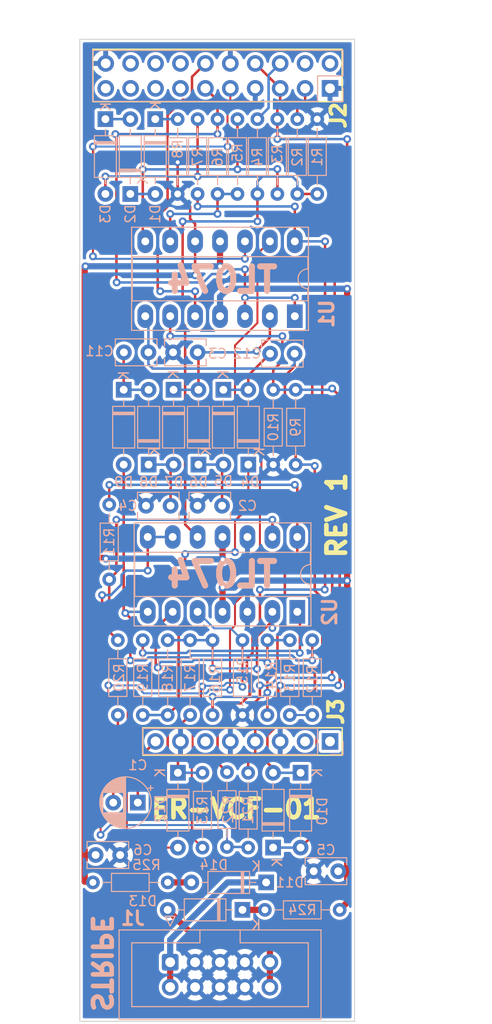
<source format=kicad_pcb>
(kicad_pcb (version 20211014) (generator pcbnew)
  (layers (0 "F.Cu" signal) (31 "B.Cu" signal) (34 "B.Paste" user) (35 "F.Paste" user) (36 "B.SilkS" user "B.Silkscreen") (37 "F.SilkS" user "F.Silkscreen") (38 "B.Mask" user) (39 "F.Mask" user) (44 "Edge.Cuts" user))
  (net 0 "")
  (net 1 "/J1-T")
  (net 2 "Net-(C1-Pad2)")
  (net 3 "Net-(C2-Pad1)")
  (net 4 "GND")
  (net 5 "Net-(C3-Pad1)")
  (net 6 "Net-(C4-Pad1)")
  (net 7 "Net-(C11-Pad1)")
  (net 8 "Net-(C11-Pad2)")
  (net 9 "Net-(C12-Pad2)")
  (net 10 "Net-(D1-Pad1)")
  (net 11 "Net-(D3-Pad2)")
  (net 12 "Net-(D1-Pad2)")
  (net 13 "Net-(D2-Pad2)")
  (net 14 "/CV")
  (net 15 "Net-(D4-Pad1)")
  (net 16 "Net-(D9-Pad2)")
  (net 17 "Net-(D10-Pad1)")
  (net 18 "Net-(D12-Pad2)")
  (net 19 "-12V")
  (net 20 "+12V")
  (net 21 "/POT6-1")
  (net 22 "/POT6-2")
  (net 23 "/POT6-3")
  (net 24 "Net-(D13-Pad1)")
  (net 25 "/POT4-2")
  (net 26 "/POT2-2")
  (net 27 "/POT5-1")
  (net 28 "/POT5-2")
  (net 29 "/POT5-3")
  (net 30 "Net-(D13-Pad2)")
  (net 31 "Net-(D14-Pad1)")
  (net 37 "/J2-T")
  (net 38 "/J4-S")
  (net 39 "/J4-T")
  (net 40 "/J3-T")
  (net 42 "/AUDIO")
  (net 43 "Net-(R3-Pad2)")
  (net 44 "Net-(R5-Pad1)")
  (net 45 "Net-(R11-Pad1)")
  (net 46 "Net-(R12-Pad2)")
  (net 47 "Net-(R13-Pad1)")
  (net 48 "Net-(R19-Pad1)")
  (net 49 "Net-(R22-Pad2)")
  (net 50 "Net-(R16-Pad2)")
  (net 51 "Net-(R21-Pad2)")
  (net 52 "Net-(R15-Pad2)")
  (net 53 "Net-(D14-Pad2)")
  (footprint "Resistor_THT:R_Axial_DIN0204_L3.6mm_D1.6mm_P7.62mm_Horizontal" (layer "B.Cu") (at 57.404 93.19 -90)
    (fp_text reference "R13")
    (fp_text value "33K")
  )
  (footprint "Connector_IDC:IDC-Header_2x05_P2.54mm_Vertical" (layer "B.Cu") (at 45.212 125.984 -90)
    (fp_text reference "J1")
    (fp_text value "HEADER, 2X5")
  )
  (footprint "Resistor_THT:R_Axial_DIN0204_L3.6mm_D1.6mm_P7.62mm_Horizontal" (layer "B.Cu") (at 59.69 93.19 -90)
    (fp_text reference "R12")
    (fp_text value "2.2K")
  )
  (footprint "Capacitor_THT:C_Rect_L4.0mm_W2.5mm_P2.50mm" (layer "B.Cu") (at 42.993996 63.880009 180)
    (fp_text reference "C11")
    (fp_text value "1nF")
  )
  (footprint "Resistor_THT:R_Axial_DIN0204_L3.6mm_D1.6mm_P7.62mm_Horizontal" (layer "B.Cu") (at 52.578 100.81 90)
    (fp_text reference "R15")
    (fp_text value "33K")
  )
  (footprint "Connector_PinHeader_2.54mm:PinHeader_2x10_P2.54mm_Vertical" (layer "B.Cu") (at 61.500004 37.000002 90)
    (fp_text reference "J2")
    (fp_text value "HEADER, 2X10")
  )
  (footprint "Diode_THT:D_DO-35_SOD27_P7.62mm_Horizontal" (layer "B.Cu") (at 43.688 40.132 -90)
    (fp_text reference "D1")
    (fp_text value "1N4148")
  )
  (footprint "Capacitor_THT:C_Rect_L4.0mm_W2.5mm_P2.50mm" (layer "B.Cu") (at 40.112 115.062 180)
    (fp_text reference "C6")
    (fp_text value "0.1uF")
  )
  (footprint "Resistor_THT:R_Axial_DIN0204_L3.6mm_D1.6mm_P7.62mm_Horizontal" (layer "B.Cu") (at 39 87 90)
    (fp_text reference "R11")
    (fp_text value "1K")
  )
  (footprint "Resistor_THT:R_Axial_DIN0204_L3.6mm_D1.6mm_P7.62mm_Horizontal" (layer "B.Cu") (at 54.102 40.132 -90)
    (fp_text reference "R4")
    (fp_text value "100K")
  )
  (footprint "Capacitor_THT:C_Rect_L4.0mm_W2.5mm_P2.50mm" (layer "B.Cu") (at 62.337 116.713 180)
    (fp_text reference "C5")
    (fp_text value "0.1uF")
  )
  (footprint "Resistor_THT:R_Axial_DIN0204_L3.6mm_D1.6mm_P7.62mm_Horizontal" (layer "B.Cu") (at 53.158 106.69 -90)
    (fp_text reference "R21")
    (fp_text value "100K")
  )
  (footprint "Resistor_THT:R_Axial_DIN0204_L3.6mm_D1.6mm_P7.62mm_Horizontal" (layer "B.Cu") (at 56.134 40.132 -90)
    (fp_text reference "R3")
    (fp_text value "1K")
  )
  (footprint "Resistor_THT:R_Axial_DIN0204_L3.6mm_D1.6mm_P7.62mm_Horizontal" (layer "B.Cu") (at 60.198 40.132 -90)
    (fp_text reference "R1")
    (fp_text value "10K")
  )
  (footprint "Diode_THT:D_DO-35_SOD27_P7.62mm_Horizontal" (layer "B.Cu") (at 38.608 40.132 -90)
    (fp_text reference "D3")
    (fp_text value "1N4148")
  )
  (footprint "Diode_THT:D_DO-35_SOD27_P7.62mm_Horizontal" (layer "B.Cu") (at 54.991 117.856 180)
    (fp_text reference "D14")
    (fp_text value "1N4148")
  )
  (footprint "Diode_THT:D_DO-35_SOD27_P7.62mm_Horizontal" (layer "B.Cu") (at 40.474 67.69 -90)
    (fp_text reference "D9")
    (fp_text value "1N4148")
  )
  (footprint "Diode_THT:D_DO-35_SOD27_P7.62mm_Horizontal" (layer "B.Cu") (at 45.554 67.69 -90)
    (fp_text reference "D7")
    (fp_text value "1N4148")
  )
  (footprint "Resistor_THT:R_Axial_DIN0204_L3.6mm_D1.6mm_P7.62mm_Horizontal" (layer "B.Cu") (at 52.07 47.752 90)
    (fp_text reference "R5")
    (fp_text value "47K")
  )
  (footprint "Resistor_THT:R_Axial_DIN0204_L3.6mm_D1.6mm_P7.62mm_Horizontal" (layer "B.Cu") (at 51 114.244 90)
    (fp_text reference "R22")
    (fp_text value "100K")
  )
  (footprint "Capacitor_THT:C_Rect_L4.0mm_W2.5mm_P2.50mm" (layer "B.Cu") (at 57.89201 64.008 180)
    (fp_text reference "C12")
    (fp_text value "1nF")
  )
  (footprint "Resistor_THT:R_Axial_DIN0204_L3.6mm_D1.6mm_P7.62mm_Horizontal" (layer "B.Cu") (at 55.118 100.81 90)
    (fp_text reference "R14")
    (fp_text value "33K")
  )
  (footprint "Diode_THT:D_DO-35_SOD27_P7.62mm_Horizontal" (layer "B.Cu") (at 58.5 106.69 -90)
    (fp_text reference "D10")
    (fp_text value "1N4148")
  )
  (footprint "Resistor_THT:R_Axial_DIN0204_L3.6mm_D1.6mm_P7.62mm_Horizontal" (layer "B.Cu") (at 44.958 93.19 -90)
    (fp_text reference "R18")
    (fp_text value "33K")
  )
  (footprint "Diode_THT:D_DO-35_SOD27_P7.62mm_Horizontal" (layer "B.Cu") (at 43.014 75.31 90)
    (fp_text reference "D8")
    (fp_text value "1N4148")
  )
  (footprint "Diode_THT:D_DO-35_SOD27_P7.62mm_Horizontal" (layer "B.Cu") (at 55.698 114.31 90)
    (fp_text reference "D11")
    (fp_text value "1N4148")
  )
  (footprint "Resistor_THT:R_Axial_DIN0204_L3.6mm_D1.6mm_P7.62mm_Horizontal" (layer "B.Cu") (at 50.038 47.752 90)
    (fp_text reference "R6")
    (fp_text value "1K")
  )
  (footprint "Capacitor_THT:C_Rect_L4.0mm_W2.5mm_P2.50mm" (layer "B.Cu") (at 50.500001 79.499993 180)
    (fp_text reference "C4")
    (fp_text value "1nF")
  )
  (footprint "Resistor_THT:R_Axial_DIN0204_L3.6mm_D1.6mm_P7.62mm_Horizontal" (layer "B.Cu") (at 48.006 47.752 90)
    (fp_text reference "R7")
    (fp_text value "100K")
  )
  (footprint "Capacitor_THT:C_Rect_L4.0mm_W2.5mm_P2.50mm" (layer "B.Cu") (at 48.006 63.880009 180)
    (fp_text reference "C3")
    (fp_text value "1nF")
  )
  (footprint "Diode_THT:D_DO-35_SOD27_P7.62mm_Horizontal" (layer "B.Cu") (at 52.578 120.65 180)
    (fp_text reference "D13")
    (fp_text value "1N4148")
  )
  (footprint "Capacitor_THT:CP_Radial_D5.0mm_P2.50mm" (layer "B.Cu") (at 41.91 109.728 180)
    (fp_text reference "C1")
    (fp_text value "1uF")
  )
  (footprint "Resistor_THT:R_Axial_DIN0204_L3.6mm_D1.6mm_P7.62mm_Horizontal" (layer "B.Cu") (at 42.418 93.19 -90)
    (fp_text reference "R19")
    (fp_text value "2.2K")
  )
  (footprint "Resistor_THT:R_Axial_DIN0204_L3.6mm_D1.6mm_P7.62mm_Horizontal" (layer "B.Cu") (at 49.53 100.81 90)
    (fp_text reference "R16")
    (fp_text value "33K")
  )
  (footprint "Diode_THT:D_DO-35_SOD27_P7.62mm_Horizontal" (layer "B.Cu") (at 50.634 67.69 -90)
    (fp_text reference "D5")
    (fp_text value "1N4148")
  )
  (footprint "Resistor_THT:R_Axial_DIN0204_L3.6mm_D1.6mm_P7.62mm_Horizontal" (layer "B.Cu") (at 54.864 120.65)
    (fp_text reference "R24")
    (fp_text value "10")
  )
  (footprint "Resistor_THT:R_Axial_DIN0204_L3.6mm_D1.6mm_P7.62mm_Horizontal" (layer "B.Cu") (at 58 75.31 90)
    (fp_text reference "R9")
    (fp_text value "10K")
  )
  (footprint "Resistor_THT:R_Axial_DIN0204_L3.6mm_D1.6mm_P7.62mm_Horizontal" (layer "B.Cu") (at 55.714 75.31 90)
    (fp_text reference "R10")
    (fp_text value "2.2K")
  )
  (footprint "Diode_THT:D_DO-35_SOD27_P7.62mm_Horizontal" (layer "B.Cu") (at 48.094 75.31 90)
    (fp_text reference "D6")
    (fp_text value "1N4148")
  )
  (footprint "Package_DIP:DIP-14_W7.62mm_Socket_LongPads" (layer "B.Cu") (at 57.912 60.198 90)
    (fp_text reference "U1")
    (fp_text value "TL074")
  )
  (footprint "Resistor_THT:R_Axial_DIN0204_L3.6mm_D1.6mm_P7.62mm_Horizontal" (layer "B.Cu") (at 39.878 100.81 90)
    (fp_text reference "R20")
    (fp_text value "100K")
  )
  (footprint "Resistor_THT:R_Axial_DIN0204_L3.6mm_D1.6mm_P7.62mm_Horizontal" (layer "B.Cu") (at 58.166 40.132 -90)
    (fp_text reference "R2")
    (fp_text value "100K")
  )
  (footprint "Diode_THT:D_DO-35_SOD27_P7.62mm_Horizontal" (layer "B.Cu") (at 46 106.69 -90)
    (fp_text reference "D12")
    (fp_text value "1N4148")
  )
  (footprint "Resistor_THT:R_Axial_DIN0204_L3.6mm_D1.6mm_P7.62mm_Horizontal" (layer "B.Cu") (at 45.974 47.752 90)
    (fp_text reference "R8")
    (fp_text value "1K")
  )
  (footprint "Resistor_THT:R_Axial_DIN0204_L3.6mm_D1.6mm_P7.62mm_Horizontal" (layer "B.Cu") (at 44.958 117.856 180)
    (fp_text reference "R25")
    (fp_text value "10")
  )
  (footprint "Capacitor_THT:C_Rect_L4.0mm_W2.5mm_P2.50mm" (layer "B.Cu") (at 45.249998 79.499993 180)
    (fp_text reference "C2")
    (fp_text value "1nF")
  )
  (footprint "Resistor_THT:R_Axial_DIN0204_L3.6mm_D1.6mm_P7.62mm_Horizontal" (layer "B.Cu") (at 48.5 106.69 -90)
    (fp_text reference "R23")
    (fp_text value "33K")
  )
  (footprint "Diode_THT:D_DO-35_SOD27_P7.62mm_Horizontal" (layer "B.Cu") (at 53.174 75.31 90)
    (fp_text reference "D4")
    (fp_text value "1N4148")
  )
  (footprint "Diode_THT:D_DO-35_SOD27_P7.62mm_Horizontal" (layer "B.Cu") (at 41.148 47.752 90)
    (fp_text reference "D2")
    (fp_text value "1N4148")
  )
  (footprint "Connector_PinHeader_2.54mm:PinHeader_1x08_P2.54mm_Vertical" (layer "B.Cu") (at 61.500004 103.499996 90)
    (fp_text reference "J3")
    (fp_text value "HEADER, 1x8")
  )
  (footprint "Resistor_THT:R_Axial_DIN0204_L3.6mm_D1.6mm_P7.62mm_Horizontal" (layer "B.Cu") (at 47.244 100.81 90)
    (fp_text reference "R17")
    (fp_text value "33K")
  )
  (footprint "Package_DIP:DIP-14_W7.62mm_Socket_LongPads" (layer "B.Cu") (at 58.166 90.299997 90)
    (fp_text reference "U2")
    (fp_text value "TL074")
  )
  (gr_rect (start 37.338 33.02) (end 62.738 38.354) (layer "F.SilkS") (width 0.15) (fill none))
  (gr_rect (start 42.418 102.108) (end 62.738 104.902) (layer "F.SilkS") (width 0.15) (fill none))
  (gr_rect (start 36 32) (end 64 132) (layer "Edge.Cuts") (width 0.1) (fill none))
  (gr_text "TL074" (at 50.500001 56.499989) (layer "B.SilkS") (effects (font (size 2.5 2.5) (thickness 0.625)) (justify mirror)))
  (gr_text "TL074" (at 50.5 86.5) (layer "B.SilkS") (effects (font (size 2.5 2.5) (thickness 0.625)) (justify mirror)))
  (gr_text "STRIPE" (at 38.2016 126.0856 270) (layer "B.SilkS") (effects (font (size 1.905 1.905) (thickness 0.47625)) (justify mirror)))
  (gr_text "REV 1" (at 62.1792 80.4672 90) (layer "F.SilkS") (effects (font (size 1.905 1.905) (thickness 0.47625))))
  (gr_text "ER-VCF-01" (at 51.943 110.363) (layer "F.SilkS") (effects (font (size 1.905 1.905) (thickness 0.47625))))
  (segment (start 41.91 105.31) (end 41.91 109.728) (width 0.254) (layer "F.Cu") (net 1))
  (segment (start 43.72 103.5) (end 41.91 105.31) (width 0.254) (layer "F.Cu") (net 1))
  (segment (start 39.41 103.846) (end 39.878 103.378) (width 0.254) (layer "F.Cu") (net 2))
  (segment (start 39.41 109.728) (end 39.41 103.846) (width 0.254) (layer "F.Cu") (net 2))
  (segment (start 39.878 103.378) (end 39.878 100.81) (width 0.254) (layer "F.Cu") (net 2))
  (segment (start 45.249998 79.499993) (end 45.249998 75.614002) (width 0.254) (layer "F.Cu") (net 3))
  (segment (start 43.014 75.31) (end 45.554 75.31) (width 0.254) (layer "B.Cu") (net 3))
  (segment (start 47.752 52.578) (end 47.752 56.035) (width 0.254) (layer "F.Cu") (net 4))
  (segment (start 47.244 49.022) (end 47.244 50.292) (width 0.254) (layer "F.Cu") (net 4))
  (segment (start 45.974 47.752) (end 45.974 44.521) (width 0.254) (layer "F.Cu") (net 4))
  (segment (start 45.974 47.752) (end 47.244 49.022) (width 0.254) (layer "F.Cu") (net 4))
  (segment (start 47.752 50.8) (end 47.244 50.292) (width 0.254) (layer "F.Cu") (net 4))
  (segment (start 47.752 52.578) (end 47.752 50.8) (width 0.254) (layer "F.Cu") (net 4))
  (via (at 45.974 44.521) (size 0.8) (drill 0.4) (layers "F.Cu" "B.Cu") (net 4))
  (via (at 47.752 56.035) (size 0.8) (drill 0.4) (layers "F.Cu" "B.Cu") (net 4))
  (segment (start 55.372 62.384504) (end 55.372 60.198) (width 0.254) (layer "F.Cu") (net 5))
  (segment (start 48.094 67.69) (end 48.094 63.968009) (width 0.254) (layer "F.Cu") (net 5))
  (segment (start 54.018872 63.737632) (end 55.372 62.384504) (width 0.254) (layer "F.Cu") (net 5))
  (via (at 54.018872 63.737632) (size 0.8) (drill 0.4) (layers "F.Cu" "B.Cu") (net 5))
  (segment (start 53.876495 63.880009) (end 54.018872 63.737632) (width 0.254) (layer "B.Cu") (net 5))
  (segment (start 45.554 67.69) (end 48.094 67.69) (width 0.254) (layer "B.Cu") (net 5))
  (segment (start 48.006 63.880009) (end 53.876495 63.880009) (width 0.254) (layer "B.Cu") (net 5))
  (segment (start 50.500001 79.499993) (end 50.500001 75.443999) (width 0.254) (layer "F.Cu") (net 6))
  (segment (start 50.634 75.31) (end 48.094 75.31) (width 0.254) (layer "B.Cu") (net 6))
  (segment (start 59.944 88.138) (end 59.944 75.438) (width 0.254) (layer "F.Cu") (net 7))
  (segment (start 56.896 66.294) (end 57.89201 65.29799) (width 0.254) (layer "F.Cu") (net 7))
  (segment (start 58 73.24) (end 56.896 72.136) (width 0.254) (layer "F.Cu") (net 7))
  (segment (start 60.96 99.822) (end 59.944 98.806) (width 0.254) (layer "F.Cu") (net 7))
  (segment (start 60.96 101.686978) (end 60.96 99.822) (width 0.254) (layer "F.Cu") (net 7))
  (segment (start 60.716511 88.910511) (end 59.944 88.138) (width 0.254) (layer "F.Cu") (net 7))
  (segment (start 59.944 96.52) (end 60.716511 95.747489) (width 0.254) (layer "F.Cu") (net 7))
  (segment (start 60.716511 95.747489) (end 60.716511 88.910511) (width 0.254) (layer "F.Cu") (net 7))
  (segment (start 58.5 114.31) (end 60.136511 112.673489) (width 0.254) (layer "F.Cu") (net 7))
  (segment (start 58 75.31) (end 58 73.24) (width 0.254) (layer "F.Cu") (net 7))
  (segment (start 57.89201 65.29799) (end 57.89201 64.008) (width 0.254) (layer "F.Cu") (net 7))
  (segment (start 60.136511 112.673489) (end 60.136511 102.510467) (width 0.254) (layer "F.Cu") (net 7))
  (segment (start 59.944 98.806) (end 59.944 96.52) (width 0.254) (layer "F.Cu") (net 7))
  (segment (start 56.896 72.136) (end 56.896 66.294) (width 0.254) (layer "F.Cu") (net 7))
  (segment (start 60.136511 102.510467) (end 60.96 101.686978) (width 0.254) (layer "F.Cu") (net 7))
  (via (at 59.944 75.438) (size 0.8) (drill 0.4) (layers "F.Cu" "B.Cu") (net 7))
  (segment (start 55.698 114.31) (end 58.5 114.31) (width 0.254) (layer "B.Cu") (net 7))
  (segment (start 58 75.31) (end 59.816 75.31) (width 0.254) (layer "B.Cu") (net 7))
  (segment (start 42.993996 65.091996) (end 43.434 65.532) (width 0.254) (layer "B.Cu") (net 7))
  (segment (start 43.434 65.532) (end 57.404 65.532) (width 0.254) (layer "B.Cu") (net 7))
  (segment (start 42.993996 63.880009) (end 42.993996 60.519996) (width 0.254) (layer "B.Cu") (net 7))
  (segment (start 57.89201 64.008) (end 57.89201 65.04399) (width 0.254) (layer "B.Cu") (net 7))
  (segment (start 42.993996 63.880009) (end 42.993996 65.091996) (width 0.254) (layer "B.Cu") (net 7))
  (segment (start 59.816 75.31) (end 59.944 75.438) (width 0.254) (layer "B.Cu") (net 7))
  (segment (start 57.89201 65.04399) (end 57.404 65.532) (width 0.254) (layer "B.Cu") (net 7))
  (segment (start 40.474 67.69) (end 40.474 63.900005) (width 0.254) (layer "F.Cu") (net 8))
  (segment (start 40.474 67.69) (end 43.014 67.69) (width 0.254) (layer "B.Cu") (net 8))
  (segment (start 53.174 66.22601) (end 55.39201 64.008) (width 0.254) (layer "F.Cu") (net 9))
  (segment (start 53.174 67.69) (end 53.174 66.22601) (width 0.254) (layer "F.Cu") (net 9))
  (segment (start 50.634 67.69) (end 53.174 67.69) (width 0.254) (layer "B.Cu") (net 9))
  (segment (start 43.688 40.132) (end 45.974 40.132) (width 0.254) (layer "B.Cu") (net 10))
  (segment (start 38.608 45.974) (end 38.608 47.752) (width 0.254) (layer "F.Cu") (net 11))
  (segment (start 46.736 61.175139) (end 46.482 60.921139) (width 0.254) (layer "F.Cu") (net 11))
  (segment (start 48.006 45.974) (end 48.006 40.132) (width 0.254) (layer "F.Cu") (net 11))
  (segment (start 60.198 47.752) (end 58.166 47.752) (width 0.254) (layer "F.Cu") (net 11))
  (segment (start 46.482 60.921139) (end 46.482 50.546) (width 0.254) (layer "F.Cu") (net 11))
  (segment (start 46.736 81.409997) (end 46.736 61.175139) (width 0.254) (layer "F.Cu") (net 11))
  (segment (start 48.006 82.679997) (end 46.736 81.409997) (width 0.254) (layer "F.Cu") (net 11))
  (segment (start 54.102 50.546) (end 54.102 47.752) (width 0.254) (layer "F.Cu") (net 11))
  (via (at 54.102 50.546) (size 0.8) (drill 0.4) (layers "F.Cu" "B.Cu") (net 11))
  (via (at 48.006 45.974) (size 0.8) (drill 0.4) (layers "F.Cu" "B.Cu") (net 11))
  (via (at 38.608 45.974) (size 0.8) (drill 0.4) (layers "F.Cu" "B.Cu") (net 11))
  (via (at 46.482 50.546) (size 0.8) (drill 0.4) (layers "F.Cu" "B.Cu") (net 11))
  (segment (start 54.61 45.974) (end 57.658 45.974) (width 0.254) (layer "B.Cu") (net 11))
  (segment (start 57.658 45.974) (end 58.166 46.482) (width 0.254) (layer "B.Cu") (net 11))
  (segment (start 54.102 46.482) (end 54.61 45.974) (width 0.254) (layer "B.Cu") (net 11))
  (segment (start 58.166 46.482) (end 58.166 47.752) (width 0.254) (layer "B.Cu") (net 11))
  (segment (start 54.61 45.974) (end 48.006 45.974) (width 0.254) (layer "B.Cu") (net 11))
  (segment (start 54.102 47.752) (end 54.102 46.482) (width 0.254) (layer "B.Cu") (net 11))
  (segment (start 48.006 45.974) (end 38.608 45.974) (width 0.254) (layer "B.Cu") (net 11))
  (segment (start 46.482 50.546) (end 54.102 50.546) (width 0.254) (layer "B.Cu") (net 11))
  (segment (start 41.148 47.752) (end 43.688 47.752) (width 0.254) (layer "B.Cu") (net 12))
  (segment (start 38.608 40.132) (end 41.148 40.132) (width 0.254) (layer "B.Cu") (net 13))
  (segment (start 44.958 104.3432) (end 46 105.3852) (width 0.254) (layer "F.Cu") (net 14))
  (segment (start 46 105.3852) (end 46 106.69) (width 0.254) (layer "F.Cu") (net 14))
  (segment (start 44.958 102.616) (end 44.958 104.3432) (width 0.254) (layer "F.Cu") (net 14))
  (segment (start 45.96 102.094) (end 45.48 102.094) (width 0.254) (layer "F.Cu") (net 14))
  (segment (start 45.48 102.094) (end 44.958 102.616) (width 0.254) (layer "F.Cu") (net 14))
  (segment (start 47.244 100.81) (end 45.96 102.094) (width 0.254) (layer "F.Cu") (net 14))
  (segment (start 46 106.69) (end 48.5 106.69) (width 0.254) (layer "B.Cu") (net 14))
  (segment (start 46.736 91.672978) (end 46.0756 92.333378) (width 0.254) (layer "F.Cu") (net 15))
  (segment (start 52.451 80.391) (end 53.086 79.756) (width 0.254) (layer "F.Cu") (net 15))
  (segment (start 53.174 79.668) (end 52.451 80.391) (width 0.2032) (layer "F.Cu") (net 15))
  (segment (start 46.0756 99.6924) (end 44.958 100.81) (width 0.254) (layer "F.Cu") (net 15))
  (segment (start 53.174 75.31) (end 53.174 79.668) (width 0.2032) (layer "F.Cu") (net 15))
  (segment (start 52.0954 80.7466) (end 52.451 80.391) (width 0.254) (layer "F.Cu") (net 15))
  (segment (start 51.816 81.026) (end 52.0954 80.7466) (width 0.2032) (layer "F.Cu") (net 15))
  (segment (start 46.0756 92.333378) (end 46.0756 99.6924) (width 0.254) (layer "F.Cu") (net 15))
  (segment (start 51.816 84.2264) (end 51.816 81.026) (width 0.2032) (layer "F.Cu") (net 15))
  (segment (start 46.736 84.427) (end 46.736 91.672978) (width 0.254) (layer "F.Cu") (net 15))
  (via (at 46.736 84.427) (size 0.8) (drill 0.4) (layers "F.Cu" "B.Cu") (net 15))
  (via (at 51.816 84.2264) (size 0.8) (drill 0.4) (layers "F.Cu" "B.Cu") (net 15))
  (segment (start 42.418 100.81) (end 44.958 100.81) (width 0.254) (layer "B.Cu") (net 15))
  (segment (start 51.816 84.2264) (end 46.9366 84.2264) (width 0.2032) (layer "B.Cu") (net 15))
  (segment (start 51.4604 84.2264) (end 46.9366 84.2264) (width 0.254) (layer "B.Cu") (net 15))
  (segment (start 46.9366 84.2264) (end 46.736 84.427) (width 0.2032) (layer "B.Cu") (net 15))
  (segment (start 41.148 90.932) (end 41.148 95.25) (width 0.254) (layer "F.Cu") (net 16))
  (segment (start 40.474 90.258) (end 40.64 90.424) (width 0.254) (layer "F.Cu") (net 16))
  (segment (start 40.64 90.424) (end 41.148 90.932) (width 0.254) (layer "F.Cu") (net 16))
  (segment (start 59.69 93.19) (end 59.69 95.25) (width 0.254) (layer "F.Cu") (net 16))
  (segment (start 40.474 75.31) (end 40.474 90.258) (width 0.254) (layer "F.Cu") (net 16))
  (via (at 40.64 90.424) (size 0.8) (drill 0.4) (layers "F.Cu" "B.Cu") (net 16))
  (via (at 41.148 95.25) (size 0.8) (drill 0.4) (layers "F.Cu" "B.Cu") (net 16))
  (via (at 59.69 95.25) (size 0.8) (drill 0.4) (layers "F.Cu" "B.Cu") (net 16))
  (segment (start 42.991923 94.94152) (end 47.19688 94.94152) (width 0.254) (layer "B.Cu") (net 16))
  (segment (start 41.148 95.25) (end 42.683443 95.25) (width 0.254) (layer "B.Cu") (net 16))
  (segment (start 58.0644 95.159843) (end 58.0644 95.25) (width 0.254) (layer "B.Cu") (net 16))
  (segment (start 47.19688 94.94152) (end 47.40008 94.73832) (width 0.254) (layer "B.Cu") (net 16))
  (segment (start 47.40008 94.73832) (end 57.642877 94.73832) (width 0.254) (layer "B.Cu") (net 16))
  (segment (start 40.764003 90.299997) (end 40.64 90.424) (width 0.254) (layer "B.Cu") (net 16))
  (segment (start 42.683443 95.25) (end 42.991923 94.94152) (width 0.254) (layer "B.Cu") (net 16))
  (segment (start 40.769997 90.299997) (end 40.764003 90.299997) (width 0.254) (layer "B.Cu") (net 16))
  (segment (start 57.642877 94.73832) (end 58.0644 95.159843) (width 0.254) (layer "B.Cu") (net 16))
  (segment (start 58.0644 95.25) (end 59.69 95.25) (width 0.254) (layer "B.Cu") (net 16))
  (segment (start 42.926 90.299997) (end 40.769997 90.299997) (width 0.254) (layer "B.Cu") (net 16))
  (segment (start 55.714 67.69) (end 55.714 65.698) (width 0.254) (layer "F.Cu") (net 17))
  (segment (start 56.642 62.23) (end 56.642 64.77) (width 0.254) (layer "F.Cu") (net 17))
  (segment (start 55.118 105.664) (end 55.118 102.87) (width 0.254) (layer "F.Cu") (net 17))
  (segment (start 55.698 106.244) (end 55.118 105.664) (width 0.254) (layer "F.Cu") (net 17))
  (segment (start 62.484 68.326) (end 61.722 67.564) (width 0.254) (layer "F.Cu") (net 17))
  (segment (start 62.484 97.635) (end 62.484 68.326) (width 0.254) (layer "F.Cu") (net 17))
  (segment (start 45.212 60.198) (end 45.212 62.23) (width 0.254) (layer "F.Cu") (net 17))
  (segment (start 62.329 97.79) (end 62.484 97.635) (width 0.254) (layer "F.Cu") (net 17))
  (segment (start 56.2356 101.7524) (end 56.2356 97.97485) (width 0.254) (layer "F.Cu") (net 17))
  (segment (start 56.2356 97.97485) (end 56.404225 97.806225) (width 0.254) (layer "F.Cu") (net 17))
  (segment (start 55.714 65.698) (end 56.642 64.77) (width 0.254) (layer "F.Cu") (net 17))
  (segment (start 55.118 102.87) (end 56.2356 101.7524) (width 0.254) (layer "F.Cu") (net 17))
  (via (at 61.722 67.564) (size 0.8) (drill 0.4) (layers "F.Cu" "B.Cu") (net 17))
  (via (at 62.329 97.79) (size 0.8) (drill 0.4) (layers "F.Cu" "B.Cu") (net 17))
  (via (at 56.404225 97.806225) (size 0.8) (drill 0.4) (layers "F.Cu" "B.Cu") (net 17))
  (via (at 45.212 62.23) (size 0.8) (drill 0.4) (layers "F.Cu" "B.Cu") (net 17))
  (via (at 56.642 62.23) (size 0.8) (drill 0.4) (layers "F.Cu" "B.Cu") (net 17))
  (segment (start 56.404225 97.806225) (end 59.165775 97.806225) (width 0.254) (layer "B.Cu") (net 17))
  (segment (start 59.182 97.79) (end 62.329 97.79) (width 0.254) (layer "B.Cu") (net 17))
  (segment (start 59.165775 97.806225) (end 59.182 97.79) (width 0.254) (layer "B.Cu") (net 17))
  (segment (start 61.722 67.564) (end 61.596 67.69) (width 0.254) (layer "B.Cu") (net 17))
  (segment (start 58 67.69) (end 55.714 67.69) (width 0.254) (layer "B.Cu") (net 17))
  (segment (start 61.596 67.69) (end 58 67.69) (width 0.254) (layer "B.Cu") (net 17))
  (segment (start 55.698 106.69) (end 58.5 106.69) (width 0.254) (layer "B.Cu") (net 17))
  (segment (start 45.212 62.23) (end 56.642 62.23) (width 0.254) (layer "B.Cu") (net 17))
  (segment (start 41.8692 114.31) (end 46 114.31) (width 0.2032) (layer "F.Cu") (net 18))
  (segment (start 38.1508 93.6752) (end 40.879111 96.403511) (width 0.2032) (layer "F.Cu") (net 18))
  (segment (start 40.879111 96.403511) (end 40.879111 108.556667) (width 0.2032) (layer "F.Cu") (net 18))
  (segment (start 40.879111 108.556667) (end 40.7924 108.643378) (width 0.2032) (layer "F.Cu") (net 18))
  (segment (start 38.1508 90.5764) (end 38.1508 93.6752) (width 0.2032) (layer "F.Cu") (net 18))
  (segment (start 38.2735 88.5952) (end 38.2735 90.4537) (width 0.254) (layer "F.Cu") (net 18))
  (segment (start 40.7924 113.2332) (end 41.8692 114.31) (width 0.2032) (layer "F.Cu") (net 18))
  (segment (start 38.2016 90.17) (end 37.7698 89.7382) (width 0.2032) (layer "F.Cu") (net 18))
  (segment (start 40.7924 108.643378) (end 40.7924 113.2332) (width 0.2032) (layer "F.Cu") (net 18))
  (segment (start 37.779889 89.748289) (end 38.1508 90.1192) (width 0.254) (layer "F.Cu") (net 18))
  (segment (start 42.926 82.679997) (end 42.926 86.106) (width 0.254) (layer "F.Cu") (net 18))
  (segment (start 38.1508 90.1192) (end 38.2016 90.17) (width 0.2032) (layer "F.Cu") (net 18))
  (segment (start 38.2735 90.4537) (end 38.1508 90.5764) (width 0.254) (layer "F.Cu") (net 18))
  (segment (start 38.1508 90.1192) (end 38.1508 90.5764) (width 0.2032) (layer "F.Cu") (net 18))
  (via (at 38.2735 88.5952) (size 0.8) (drill 0.4) (layers "F.Cu" "B.Cu") (net 18))
  (via (at 42.926 86.106) (size 0.8) (drill 0.4) (layers "F.Cu" "B.Cu") (net 18))
  (segment (start 38.2735 88.5952) (end 39.1668 88.5952) (width 0.254) (layer "B.Cu") (net 18))
  (segment (start 40.259 86.5378) (end 40.259 87.503) (width 0.254) (layer "B.Cu") (net 18))
  (segment (start 40.6908 86.106) (end 40.259 86.5378) (width 0.254) (layer "B.Cu") (net 18))
  (segment (start 40.259 87.503) (end 39.1668 88.5952) (width 0.254) (layer "B.Cu") (net 18))
  (segment (start 42.926 82.679997) (end 45.466 82.679997) (width 0.254) (layer "B.Cu") (net 18))
  (segment (start 42.926 86.106) (end 40.6908 86.106) (width 0.254) (layer "B.Cu") (net 18))
  (segment (start 50.546 82.679997) (end 50.546 85.09) (width 0.635) (layer "F.Cu") (net 19))
  (segment (start 36.5 84.8108) (end 36.5 55.194) (width 0.635) (layer "F.Cu") (net 19))
  (segment (start 36.576 115.062) (end 36.5 115.138) (width 0.635) (layer "F.Cu") (net 19))
  (segment (start 36.5 116.51) (end 36.5 115.138) (width 0.635) (layer "F.Cu") (net 19))
  (segment (start 37.262 117.78) (end 36.5 117.78) (width 0.635) (layer "F.Cu") (net 19))
  (segment (start 37.612 115.062) (end 36.576 115.062) (width 0.635) (layer "F.Cu") (net 19))
  (segment (start 50.292 55.118) (end 50.292 52.578) (width 0.635) (layer "F.Cu") (net 19))
  (segment (start 38.5828 84.8108) (end 38.6588 84.8868) (width 0.635) (layer "F.Cu") (net 19))
  (segment (start 37.338 117.856) (end 37.262 117.78) (width 0.635) (layer "F.Cu") (net 19))
  (segment (start 36.5 115.138) (end 36.5 84.8108) (width 0.635) (layer "F.Cu") (net 19))
  (segment (start 36.5 84.8108) (end 38.5828 84.8108) (width 0.635) (layer "F.Cu") (net 19))
  (segment (start 36.5 55.194) (end 36.576 55.118) (width 0.635) (layer "F.Cu") (net 19))
  (segment (start 36.5 117.78) (end 36.5 116.51) (width 0.635) (layer "F.Cu") (net 19))
  (via (at 50.292 55.118) (size 0.8) (drill 0.4) (layers "F.Cu" "B.Cu") (net 19))
  (via (at 38.6588 84.8868) (size 0.8) (drill 0.4) (layers "F.Cu" "B.Cu") (net 19))
  (via (at 50.546 84.9529) (size 0.8) (drill 0.4) (layers "F.Cu" "B.Cu") (net 19))
  (via (at 36.576 55.118) (size 0.8) (drill 0.4) (layers "F.Cu" "B.Cu") (net 19))
  (segment (start 36.576 55.118) (end 50.292 55.118) (width 0.635) (layer "B.Cu") (net 19))
  (segment (start 45.8216 85.344) (end 47.7012 85.344) (width 0.635) (layer "B.Cu") (net 19))
  (segment (start 48.0923 84.9529) (end 47.7012 85.344) (width 0.635) (layer "B.Cu") (net 19))
  (segment (start 45.8216 85.344) (end 45.3644 84.8868) (width 0.635) (layer "B.Cu") (net 19))
  (segment (start 50.546 84.9529) (end 48.0923 84.9529) (width 0.635) (layer "B.Cu") (net 19))
  (segment (start 38.6588 84.8868) (end 45.3644 84.8868) (width 0.635) (layer "B.Cu") (net 19))
  (segment (start 63.246 119.888) (end 62.484 120.65) (width 0.635) (layer "F.Cu") (net 20))
  (segment (start 62.464 116.84) (end 62.337 116.713) (width 0.635) (layer "F.Cu") (net 20))
  (segment (start 63.246 87.122) (end 63.246 116.84) (width 0.635) (layer "F.Cu") (net 20))
  (segment (start 50.546 87.8332) (end 50.546 90.299997) (width 0.635) (layer "F.Cu") (net 20))
  (segment (start 63.246 116.84) (end 63.246 119.888) (width 0.635) (layer "F.Cu") (net 20))
  (segment (start 63.246 116.84) (end 62.464 116.84) (width 0.635) (layer "F.Cu") (net 20))
  (segment (start 63.246 87.122) (end 63.246 57.404) (width 0.635) (layer "F.Cu") (net 20))
  (via (at 63.246 57.404) (size 0.8) (drill 0.4) (layers "F.Cu" "B.Cu") (net 20))
  (via (at 50.546 87.8332) (size 0.8) (drill 0.4) (layers "F.Cu" "B.Cu") (net 20))
  (via (at 63.246 87.122) (size 0.8) (drill 0.4) (layers "F.Cu" "B.Cu") (net 20))
  (segment (start 52.4764 87.122) (end 51.7652 87.8332) (width 0.635) (layer "B.Cu") (net 20))
  (segment (start 51.1048 57.404) (end 63.246 57.404) (width 0.635) (layer "B.Cu") (net 20))
  (segment (start 51.7652 87.8332) (end 50.546 87.8332) (width 0.635) (layer "B.Cu") (net 20))
  (segment (start 51.1048 57.404) (end 50.292 58.2168) (width 0.635) (layer "B.Cu") (net 20))
  (segment (start 63.246 87.122) (end 52.4764 87.122) (width 0.635) (layer "B.Cu") (net 20))
  (segment (start 50.292 58.2168) (end 50.292 60.198) (width 0.635) (layer "B.Cu") (net 20))
  (segment (start 58.960004 37.000002) (end 58.960004 38.321996) (width 0.254) (layer "F.Cu") (net 22))
  (segment (start 58.42 38.608) (end 58.166 38.862) (width 0.254) (layer "F.Cu") (net 22))
  (segment (start 58.960004 38.321996) (end 58.674 38.608) (width 0.254) (layer "F.Cu") (net 22))
  (segment (start 58.166 40.132) (end 58.166 38.862) (width 0.254) (layer "F.Cu") (net 22))
  (segment (start 58.674 38.608) (end 58.42 38.608) (width 0.254) (layer "F.Cu") (net 22))
  (segment (start 52.578 120.65) (end 54.864 120.65) (width 0.635) (layer "F.Cu") (net 24))
  (segment (start 54.102 40.132) (end 55.243493 38.990507) (width 0.254) (layer "B.Cu") (net 25))
  (segment (start 55.243493 38.990507) (end 55.243493 35.636513) (width 0.254) (layer "B.Cu") (net 25))
  (segment (start 55.243493 35.636513) (end 56.420004 34.460002) (width 0.254) (layer "B.Cu") (net 25))
  (segment (start 51.054 42.926) (end 51.054 38.862) (width 0.2032) (layer "F.Cu") (net 26))
  (segment (start 51.340004 38.575996) (end 51.054 38.862) (width 0.2032) (layer "F.Cu") (net 26))
  (segment (start 51.340004 37.000002) (end 51.340004 38.575996) (width 0.2032) (layer "F.Cu") (net 26))
  (segment (start 37.338 54.102) (end 37.338 42.926) (width 0.2032) (layer "F.Cu") (net 26))
  (segment (start 52.832 52.578) (end 52.832 54.356) (width 0.2032) (layer "F.Cu") (net 26))
  (via (at 52.832 54.356) (size 0.8) (drill 0.4) (layers "F.Cu" "B.Cu") (net 26))
  (via (at 51.054 42.926) (size 0.8) (drill 0.4) (layers "F.Cu" "B.Cu") (net 26))
  (via (at 37.338 42.926) (size 0.8) (drill 0.4) (layers "F.Cu" "B.Cu") (net 26))
  (via (at 37.338 54.102) (size 0.8) (drill 0.4) (layers "F.Cu" "B.Cu") (net 26))
  (segment (start 37.338 42.926) (end 51.054 42.926) (width 0.2032) (layer "B.Cu") (net 26))
  (segment (start 52.832 54.356) (end 37.592 54.356) (width 0.2032) (layer "B.Cu") (net 26))
  (segment (start 37.592 54.356) (end 37.338 54.102) (width 0.2032) (layer "B.Cu") (net 26))
  (segment (start 52.832 58.321) (end 52.832 55.4228) (width 0.254) (layer "F.Cu") (net 27))
  (segment (start 57.912 58.321) (end 57.912 60.198) (width 0.254) (layer "F.Cu") (net 27))
  (segment (start 50.038 40.132) (end 50.038 41.656) (width 0.254) (layer "F.Cu") (net 27))
  (segment (start 39.734511 41.766511) (end 39.734511 56.737533) (width 0.254) (layer "F.Cu") (net 27))
  (segment (start 50.038 38.237998) (end 50.038 40.132) (width 0.254) (layer "F.Cu") (net 27))
  (segment (start 52.832 60.198) (end 52.832 58.321) (width 0.254) (layer "F.Cu") (net 27))
  (segment (start 48.800004 37.000002) (end 50.038 38.237998) (width 0.254) (layer "F.Cu") (net 27))
  (segment (start 39.624 41.656) (end 39.734511 41.766511) (width 0.254) (layer "F.Cu") (net 27))
  (segment (start 39.734511 56.737533) (end 39.758489 56.761511) (width 0.254) (layer "F.Cu") (net 27))
  (via (at 52.832 58.321) (size 0.8) (drill 0.4) (layers "F.Cu" "B.Cu") (net 27))
  (via (at 39.624 41.656) (size 0.8) (drill 0.4) (layers "F.Cu" "B.Cu") (net 27))
  (via (at 57.912 58.321) (size 0.8) (drill 0.4) (layers "F.Cu" "B.Cu") (net 27))
  (via (at 50.038 41.656) (size 0.8) (drill 0.4) (layers "F.Cu" "B.Cu") (net 27))
  (via (at 52.832 55.4228) (size 0.8) (drill 0.4) (layers "F.Cu" "B.Cu") (net 27))
  (via (at 39.758489 56.761511) (size 0.8) (drill 0.4) (layers "F.Cu" "B.Cu") (net 27))
  (segment (start 52.832 55.4228) (end 51.2572 55.4228) (width 0.254) (layer "B.Cu") (net 27))
  (segment (start 39.758489 56.761511) (end 48.597689 56.761511) (width 0.254) (layer "B.Cu") (net 27))
  (segment (start 52.832 58.321) (end 57.912 58.321) (width 0.254) (layer "B.Cu") (net 27))
  (segment (start 50.038 41.656) (end 39.624 41.656) (width 0.254) (layer "B.Cu") (net 27))
  (segment (start 50.7746 55.9054) (end 49.4538 55.9054) (width 0.254) (layer "B.Cu") (net 27))
  (segment (start 49.4538 55.9054) (end 48.597689 56.761511) (width 0.254) (layer "B.Cu") (net 27))
  (segment (start 51.2572 55.4228) (end 50.7746 55.9054) (width 0.254) (layer "B.Cu") (net 27))
  (segment (start 44.947489 39.706804) (end 44.947489 49.021068) (width 0.254) (layer "F.Cu") (net 28))
  (segment (start 44.947489 49.021068) (end 43.942 50.026557) (width 0.254) (layer "F.Cu") (net 28))
  (segment (start 47.436515 38.161485) (end 46.492808 38.161485) (width 0.254) (layer "F.Cu") (net 28))
  (segment (start 48.800004 34.460002) (end 47.436515 35.823491) (width 0.254) (layer "F.Cu") (net 28))
  (segment (start 43.942 50.026557) (end 43.942 57.404) (width 0.254) (layer "F.Cu") (net 28))
  (segment (start 47.752 60.198) (end 47.752 57.658) (width 0.254) (layer "F.Cu") (net 28))
  (segment (start 46.492808 38.161485) (end 44.947489 39.706804) (width 0.254) (layer "F.Cu") (net 28))
  (segment (start 47.436515 35.823491) (end 47.436515 38.161485) (width 0.254) (layer "F.Cu") (net 28))
  (segment (start 43.942 57.404) (end 44.196 57.658) (width 0.254) (layer "F.Cu") (net 28))
  (via (at 47.752 57.658) (size 0.8) (drill 0.4) (layers "F.Cu" "B.Cu") (net 28))
  (via (at 44.196 57.658) (size 0.8) (drill 0.4) (layers "F.Cu" "B.Cu") (net 28))
  (segment (start 44.196 57.658) (end 47.752 57.658) (width 0.254) (layer "B.Cu") (net 28))
  (segment (start 47.498 123.19) (end 54.483 123.19) (width 0.635) (layer "F.Cu") (net 30))
  (segment (start 55.372 124.079) (end 55.372 125.984) (width 0.635) (layer "F.Cu") (net 30))
  (segment (start 54.483 123.19) (end 55.372 124.079) (width 0.635) (layer "F.Cu") (net 30))
  (segment (start 44.958 120.65) (end 47.498 123.19) (width 0.635) (layer "F.Cu") (net 30))
  (segment (start 55.372 128.5335) (end 55.372 125.9935) (width 0.635) (layer "F.Cu") (net 30))
  (segment (start 45.212 128.524) (end 45.212 125.984) (width 0.635) (layer "F.Cu") (net 31))
  (segment (start 45.212 123.698) (end 45.212 125.984) (width 0.635) (layer "B.Cu") (net 31))
  (segment (start 54.991 117.856) (end 51.054 117.856) (width 0.635) (layer "B.Cu") (net 31))
  (segment (start 51.054 117.856) (end 45.212 123.698) (width 0.635) (layer "B.Cu") (net 31))
  (segment (start 53.88 99.4852) (end 54.356 99.0092) (width 0.254) (layer "F.Cu") (net 37))
  (segment (start 61.722 70.866) (end 61.722 96.93155) (width 0.254) (layer "F.Cu") (net 37))
  (segment (start 53.158 106.69) (end 53.158 105.338) (width 0.254) (layer "F.Cu") (net 37))
  (segment (start 53.158 105.338) (end 53.88 104.616) (width 0.254) (layer "F.Cu") (net 37))
  (segment (start 56.134 40.132) (end 56.134 42.164) (width 0.254) (layer "F.Cu") (net 37))
  (segment (start 56.134 39.116) (end 56.420004 38.829996) (width 0.254) (layer "F.Cu") (net 37))
  (segment (start 53.880004 34.460002) (end 56.420004 37.000002) (width 0.254) (layer "F.Cu") (net 37))
  (segment (start 61.976 54.102) (end 61.976 65.786) (width 0.254) (layer "F.Cu") (net 37))
  (segment (start 60.706 69.85) (end 61.722 70.866) (width 0.254) (layer "F.Cu") (net 37))
  (segment (start 63.246 42.164) (end 63.246 52.832) (width 0.254) (layer "F.Cu") (net 37))
  (segment (start 61.722 96.93155) (end 61.663931 96.989619) (width 0.254) (layer "F.Cu") (net 37))
  (segment (start 60.706 67.056) (end 60.706 69.85) (width 0.254) (layer "F.Cu") (net 37))
  (segment (start 56.134 40.132) (end 56.134 39.116) (width 0.254) (layer "F.Cu") (net 37))
  (segment (start 54.356 99.0092) (end 54.356 97.79) (width 0.254) (layer "F.Cu") (net 37))
  (segment (start 61.976 65.786) (end 60.706 67.056) (width 0.254) (layer "F.Cu") (net 37))
  (segment (start 53.88 104.616) (end 53.88 99.4852) (width 0.254) (layer "F.Cu") (net 37))
  (segment (start 63.246 52.832) (end 61.976 54.102) (width 0.254) (layer "F.Cu") (net 37))
  (segment (start 56.420004 38.829996) (end 56.420004 37.000002) (width 0.254) (layer "F.Cu") (net 37))
  (via (at 56.134 42.164) (size 0.8) (drill 0.4) (layers "F.Cu" "B.Cu") (net 37))
  (via (at 54.356 97.79) (size 0.8) (drill 0.4) (layers "F.Cu" "B.Cu") (net 37))
  (via (at 61.663931 96.989619) (size 0.8) (drill 0.4) (layers "F.Cu" "B.Cu") (net 37))
  (via (at 63.246 42.164) (size 0.8) (drill 0.4) (layers "F.Cu" "B.Cu") (net 37))
  (segment (start 55.393007 97.79) (end 56.155007 97.028) (width 0.254) (layer "B.Cu") (net 37))
  (segment (start 61.62555 97.028) (end 61.663931 96.989619) (width 0.254) (layer "B.Cu") (net 37))
  (segment (start 56.155007 97.028) (end 61.62555 97.028) (width 0.254) (layer "B.Cu") (net 37))
  (segment (start 56.134 42.164) (end 63.246 42.164) (width 0.254) (layer "B.Cu") (net 37))
  (segment (start 54.356 97.79) (end 55.393007 97.79) (width 0.254) (layer "B.Cu") (net 37))
  (segment (start 58.166 84.836) (end 58.166 82.679997) (width 0.254) (layer "F.Cu") (net 42))
  (segment (start 55.118 97.282) (end 56.123489 96.276511) (width 0.254) (layer "F.Cu") (net 42))
  (segment (start 55.118 100.81) (end 55.118 98.9076) (width 0.254) (layer "F.Cu") (net 42))
  (segment (start 39 77.3828) (end 39.0144 77.3684) (width 0.254) (layer "F.Cu") (net 42))
  (segment (start 56.144511 96.276511) (end 56.144511 92.699489) (width 0.254) (layer "F.Cu") (net 42))
  (segment (start 56.896 86.106) (end 58.166 84.836) (width 0.254) (layer "F.Cu") (net 42))
  (segment (start 55.118 98.9076) (end 55.118 97.282) (width 0.254) (layer "F.Cu") (net 42))
  (segment (start 49.53 100.81) (end 49.53 98.9382) (width 0.254) (layer "F.Cu") (net 42))
  (segment (start 56.123489 96.276511) (end 56.144511 96.276511) (width 0.254) (layer "F.Cu") (net 42))
  (segment (start 58.166 77.6224) (end 57.912 77.3684) (width 0.254) (layer "F.Cu") (net 42))
  (segment (start 58.166 82.679997) (end 58.166 77.6224) (width 0.254) (layer "F.Cu") (net 42))
  (segment (start 56.144511 92.699489) (end 56.896 91.948) (width 0.254) (layer "F.Cu") (net 42))
  (segment (start 56.896 91.948) (end 56.896 86.106) (width 0.254) (layer "F.Cu") (net 42))
  (segment (start 39 79.38) (end 39 77.3828) (width 0.254) (layer "F.Cu") (net 42))
  (via (at 55.113722 98.5165) (size 0.8) (drill 0.4) (layers "F.Cu" "B.Cu") (net 42))
  (via (at 39.0144 77.3684) (size 0.8) (drill 0.4) (layers "F.Cu" "B.Cu") (net 42))
  (via (at 49.53 98.9382) (size 0.8) (drill 0.4) (layers "F.Cu" "B.Cu") (net 42))
  (via (at 57.912 77.3684) (size 0.8) (drill 0.4) (layers "F.Cu" "B.Cu") (net 42))
  (segment (start 49.53 98.9382) (end 49.555411 98.963611) (width 0.254) (layer "B.Cu") (net 42))
  (segment (start 54.666611 98.963611) (end 55.113722 98.5165) (width 0.254) (layer "B.Cu") (net 42))
  (segment (start 39.0144 77.3684) (end 57.912 77.3684) (width 0.254) (layer "B.Cu") (net 42))
  (segment (start 49.555411 98.963611) (end 54.666611 98.963611) (width 0.254) (layer "B.Cu") (net 42))
  (segment (start 42.418 52.324) (end 42.418 45.2475) (width 0.254) (layer "F.Cu") (net 43))
  (segment (start 52.07 40.132) (end 52.07 44.958) (width 0.254) (layer "F.Cu") (net 43))
  (segment (start 52.07 44.958) (end 52.07 45.2475) (width 0.254) (layer "F.Cu") (net 43))
  (segment (start 56.134 45.212) (end 56.134 47.752) (width 0.254) (layer "F.Cu") (net 43))
  (via (at 56.134 45.212) (size 0.8) (drill 0.4) (layers "F.Cu" "B.Cu") (net 43))
  (via (at 42.418 45.2475) (size 0.8) (drill 0.4) (layers "F.Cu" "B.Cu") (net 43))
  (via (at 52.07 45.2475) (size 0.8) (drill 0.4) (layers "F.Cu" "B.Cu") (net 43))
  (segment (start 52.07 45.2475) (end 56.0985 45.2475) (width 0.254) (layer "B.Cu") (net 43))
  (segment (start 56.0985 45.2475) (end 56.134 45.212) (width 0.254) (layer "B.Cu") (net 43))
  (segment (start 42.418 45.2475) (end 52.07 45.2475) (width 0.254) (layer "B.Cu") (net 43))
  (segment (start 45.212 52.578) (end 45.212 49.784) (width 0.254) (layer "F.Cu") (net 44))
  (segment (start 50.038 49.784) (end 50.038 47.752) (width 0.254) (layer "F.Cu") (net 44))
  (via (at 45.212 49.784) (size 0.8) (drill 0.4) (layers "F.Cu" "B.Cu") (net 44))
  (via (at 50.038 49.784) (size 0.8) (drill 0.4) (layers "F.Cu" "B.Cu") (net 44))
  (segment (start 45.212 49.784) (end 50.038 49.784) (width 0.254) (layer "B.Cu") (net 44))
  (segment (start 50.038 47.752) (end 52.07 47.752) (width 0.254) (layer "B.Cu") (net 44))
  (segment (start 55.626 82.679997) (end 55.626 80.9244) (width 0.254) (layer "F.Cu") (net 45))
  (segment (start 39 92.312) (end 39.878 93.19) (width 0.254) (layer "F.Cu") (net 45))
  (segment (start 39.7256 80.9244) (end 39.7256 86.2744) (width 0.254) (layer "F.Cu") (net 45))
  (segment (start 39.7256 86.2744) (end 39 87) (width 0.254) (layer "F.Cu") (net 45))
  (segment (start 39 87) (end 39 92.312) (width 0.254) (layer "F.Cu") (net 45))
  (via (at 39.7256 80.9244) (size 0.8) (drill 0.4) (layers "F.Cu" "B.Cu") (net 45))
  (via (at 55.626 80.9244) (size 0.8) (drill 0.4) (layers "F.Cu" "B.Cu") (net 45))
  (segment (start 55.626 80.9244) (end 39.7256 80.9244) (width 0.254) (layer "B.Cu") (net 45))
  (segment (start 57.404 100.81) (end 59.69 100.81) (width 0.2032) (layer "B.Cu") (net 46))
  (segment (start 43.7388 95.7733) (end 43.942 95.9765) (width 0.254) (layer "F.Cu") (net 47))
  (segment (start 45.466 90.299997) (end 43.7388 92.027197) (width 0.254) (layer "F.Cu") (net 47))
  (segment (start 55.118 95.46482) (end 55.118 93.19) (width 0.254) (layer "F.Cu") (net 47))
  (segment (start 43.7388 92.027197) (end 43.7388 95.7733) (width 0.254) (layer "F.Cu") (net 47))
  (via (at 43.942 95.9765) (size 0.8) (drill 0.4) (layers "F.Cu" "B.Cu") (net 47))
  (via (at 55.118 95.46482) (size 0.8) (drill 0.4) (layers "F.Cu" "B.Cu") (net 47))
  (segment (start 43.942 95.9765) (end 43.942 95.7072) (width 0.254) (layer "B.Cu") (net 47))
  (segment (start 47.65776 95.19184) (end 54.84502 95.19184) (width 0.254) (layer "B.Cu") (net 47))
  (segment (start 55.118 95.66802) (end 54.81962 95.36964) (width 0.2032) (layer "B.Cu") (net 47))
  (segment (start 55.118 93.19) (end 57.404 93.19) (width 0.254) (layer "B.Cu") (net 47))
  (segment (start 54.84502 95.19184) (end 55.118 95.46482) (width 0.254) (layer "B.Cu") (net 47))
  (segment (start 47.45456 95.39504) (end 47.65776 95.19184) (width 0.254) (layer "B.Cu") (net 47))
  (segment (start 44.25416 95.39504) (end 47.45456 95.39504) (width 0.254) (layer "B.Cu") (net 47))
  (segment (start 54.64182 95.19184) (end 55.118 95.66802) (width 0.254) (layer "B.Cu") (net 47))
  (segment (start 43.942 95.7072) (end 44.25416 95.39504) (width 0.254) (layer "B.Cu") (net 47))
  (segment (start 58.430511 94.477489) (end 58.42 94.488) (width 0.254) (layer "F.Cu") (net 48))
  (segment (start 58.430511 90.564508) (end 58.430511 94.477489) (width 0.254) (layer "F.Cu") (net 48))
  (segment (start 42.418 93.19) (end 42.418 94.488) (width 0.254) (layer "F.Cu") (net 48))
  (via (at 58.42 94.488) (size 0.8) (drill 0.4) (layers "F.Cu" "B.Cu") (net 48))
  (via (at 42.418 94.488) (size 0.8) (drill 0.4) (layers "F.Cu" "B.Cu") (net 48))
  (segment (start 58.2168 94.2848) (end 58.42 94.488) (width 0.254) (layer "B.Cu") (net 48))
  (segment (start 46.8884 94.488) (end 47.0916 94.2848) (width 0.254) (layer "B.Cu") (net 48))
  (segment (start 47.0916 94.2848) (end 58.2168 94.2848) (width 0.254) (layer "B.Cu") (net 48))
  (segment (start 42.418 94.488) (end 46.8884 94.488) (width 0.254) (layer "B.Cu") (net 48))
  (segment (start 60.9955 52.578) (end 60.9955 65.2425) (width 0.254) (layer "F.Cu") (net 49))
  (segment (start 59.69 66.548) (end 60.9955 65.2425) (width 0.254) (layer "F.Cu") (net 49))
  (segment (start 50.038 102.362) (end 50.921278 101.478722) (width 0.254) (layer "F.Cu") (net 49))
  (segment (start 48.006 47.752) (end 48.006 49.022) (width 0.254) (layer "F.Cu") (net 49))
  (segment (start 51.753756 99.6188) (end 52.456222 99.6188) (width 0.254) (layer "F.Cu") (net 49))
  (segment (start 50.921278 100.451278) (end 51.753756 99.6188) (width 0.254) (layer "F.Cu") (net 49))
  (segment (start 51 106.624) (end 50.038 105.662) (width 0.254) (layer "F.Cu") (net 49))
  (segment (start 53.0352 96.774) (end 53.0352 95.067822) (width 0.254) (layer "F.Cu") (net 49))
  (segment (start 54.356 91.694) (end 54.356 88.039) (width 0.254) (layer "F.Cu") (net 49))
  (segment (start 52.456222 99.6188) (end 53.304511 98.770511) (width 0.254) (layer "F.Cu") (net 49))
  (segment (start 53.304511 98.770511) (end 53.304511 97.043311) (width 0.254) (layer "F.Cu") (net 49))
  (segment (start 53.604511 92.445489) (end 54.356 91.694) (width 0.254) (layer "F.Cu") (net 49))
  (segment (start 60.9245 71.5925) (end 59.69 70.358) (width 0.254) (layer "F.Cu") (net 49))
  (segment (start 53.304511 97.043311) (end 53.0352 96.774) (width 0.254) (layer "F.Cu") (net 49))
  (segment (start 53.0352 95.067822) (end 53.604511 94.498511) (width 0.254) (layer "F.Cu") (net 49))
  (segment (start 59.69 70.358) (end 59.69 66.548) (width 0.254) (layer "F.Cu") (net 49))
  (segment (start 53.604511 94.498511) (end 53.604511 92.445489) (width 0.254) (layer "F.Cu") (net 49))
  (segment (start 57.911147 49.026267) (end 57.912 49.02712) (width 0.254) (layer "F.Cu") (net 49))
  (segment (start 60.9955 71.5925) (end 60.9245 71.5925) (width 0.254) (layer "F.Cu") (net 49))
  (segment (start 50.038 105.662) (end 50.038 102.362) (width 0.254) (layer "F.Cu") (net 49))
  (segment (start 50.921278 101.478722) (end 50.921278 100.451278) (width 0.254) (layer "F.Cu") (net 49))
  (segment (start 60.9955 71.5925) (end 60.9955 88.0035) (width 0.254) (layer "F.Cu") (net 49))
  (segment (start 60.9955 88.0035) (end 60.96 88.039) (width 0.254) (layer "F.Cu") (net 49))
  (segment (start 57.912 49.02712) (end 57.912 52.578) (width 0.254) (layer "F.Cu") (net 49))
  (via (at 54.356 88.039) (size 0.8) (drill 0.4) (layers "F.Cu" "B.Cu") (net 49))
  (via (at 48.006 49.022) (size 0.8) (drill 0.4) (layers "F.Cu" "B.Cu") (net 49))
  (via (at 60.96 88.039) (size 0.8) (drill 0.4) (layers "F.Cu" "B.Cu") (net 49))
  (via (at 57.911147 49.026267) (size 0.8) (drill 0.4) (layers "F.Cu" "B.Cu") (net 49))
  (via (at 60.9955 52.578) (size 0.8) (drill 0.4) (layers "F.Cu" "B.Cu") (net 49))
  (segment (start 57.90688 49.022) (end 57.911147 49.026267) (width 0.254) (layer "B.Cu") (net 49))
  (segment (start 60.96 88.039) (end 54.356 88.039) (width 0.254) (layer "B.Cu") (net 49))
  (segment (start 48.006 49.022) (end 57.90688 49.022) (width 0.254) (layer "B.Cu") (net 49))
  (segment (start 57.912 52.578) (end 60.9955 52.578) (width 0.254) (layer "B.Cu") (net 49))
  (segment (start 55.626 91.230293) (end 54.058031 92.798262) (width 0.254) (layer "F.Cu") (net 50))
  (segment (start 49.53 96.0628) (end 49.53 93.19) (width 0.2032) (layer "F.Cu") (net 50))
  (segment (start 54.058031 92.798262) (end 54.058031 96.44497) (width 0.254) (layer "F.Cu") (net 50))
  (via (at 49.53 96.0628) (size 0.8) (drill 0.4) (layers "F.Cu" "B.Cu") (net 50))
  (via (at 55.626 91.948) (size 0.8) (drill 0.4) (layers "F.Cu" "B.Cu") (net 50))
  (via (at 54.0512 96.1136) (size 0.8) (drill 0.4) (layers "F.Cu" "B.Cu") (net 50))
  (segment (start 49.53 96.0628) (end 54.0512 96.0628) (width 0.2032) (layer "B.Cu") (net 50))
  (segment (start 44.958 93.19) (end 47.244 93.19) (width 0.254) (layer "B.Cu") (net 50))
  (segment (start 55.626 91.948) (end 55.626 90.299997) (width 0.254) (layer "B.Cu") (net 50))
  (segment (start 47.244 93.19) (end 49.53 93.19) (width 0.254) (layer "B.Cu") (net 50))
  (segment (start 54.5084 76.4032) (end 54.5084 72.2376) (width 0.2032) (layer "F.Cu") (net 51))
  (segment (start 54.102 60.885218) (end 54.102 53.848) (width 0.2032) (layer "F.Cu") (net 51))
  (segment (start 53.594 85.598) (end 54.356 84.836) (width 0.2032) (layer "F.Cu") (net 51))
  (segment (start 51.816 63.171218) (end 54.102 60.885218) (width 0.2032) (layer "F.Cu") (net 51))
  (segment (start 51.308 92.202) (end 51.816 91.694) (width 0.2032) (layer "F.Cu") (net 51))
  (segment (start 54.102 53.848) (end 55.372 52.578) (width 0.2032) (layer "F.Cu") (net 51))
  (segment (start 51.816 69.5452) (end 51.816 63.171218) (width 0.2032) (layer "F.Cu") (net 51))
  (segment (start 54.356 84.836) (end 54.356 76.5556) (width 0.2032) (layer "F.Cu") (net 51))
  (segment (start 51.308 98.2371) (end 51.308 92.202) (width 0.2032) (layer "F.Cu") (net 51))
  (segment (start 51.816 91.694) (end 51.816 89.408) (width 0.2032) (layer "F.Cu") (net 51))
  (segment (start 54.356 76.5556) (end 54.5084 76.4032) (width 0.2032) (layer "F.Cu") (net 51))
  (segment (start 38.9128 99.553422) (end 38.118111 100.348111) (width 0.2032) (layer "F.Cu") (net 51))
  (segment (start 38.9128 97.79) (end 38.9128 99.553422) (width 0.2032) (layer "F.Cu") (net 51))
  (segment (start 38.118111 100.348111) (end 38.118111 113.011889) (width 0.2032) (layer "F.Cu") (net 51))
  (segment (start 53.594 87.63) (end 53.594 85.598) (width 0.2032) (layer "F.Cu") (net 51))
  (segment (start 51.816 89.408) (end 53.594 87.63) (width 0.2032) (layer "F.Cu") (net 51))
  (segment (start 54.5084 72.2376) (end 51.816 69.5452) (width 0.2032) (layer "F.Cu") (net 51))
  (via (at 38.118111 113.011889) (size 0.8) (drill 0.4) (layers "F.Cu" "B.Cu") (net 51))
  (via (at 51.308 98.2371) (size 0.8) (drill 0.4) (layers "F.Cu" "B.Cu") (net 51))
  (via (at 38.9128 97.79) (size 0.8) (drill 0.4) (layers "F.Cu" "B.Cu") (net 51))
  (segment (start 42.3063 98.2371) (end 42.3063 98.3895) (width 0.2032) (layer "B.Cu") (net 51))
  (segment (start 51 114.244) (end 53.092 114.244) (width 0.254) (layer "B.Cu") (net 51))
  (segment (start 50.5968 112.014) (end 39.116 112.014) (width 0.2032) (layer "B.Cu") (net 51))
  (segment (start 39.116 112.014) (end 38.118111 113.011889) (width 0.2032) (layer "B.Cu") (net 51))
  (segment (start 41.8592 97.79) (end 42.3063 98.2371) (width 0.2032) (layer "B.Cu") (net 51))
  (segment (start 42.3063 98.3895) (end 42.5196 98.6028) (width 0.2032) (layer "B.Cu") (net 51))
  (segment (start 49.1337 98.2371) (end 51.308 98.2371) (width 0.2032) (layer "B.Cu") (net 51))
  (segment (start 48.873878 98.6028) (end 49.1337 98.342978) (width 0.2032) (layer "B.Cu") (net 51))
  (segment (start 51 114.244) (end 51 112.4172) (width 0.2032) (layer "B.Cu") (net 51))
  (segment (start 42.5196 98.6028) (end 48.873878 98.6028) (width 0.2032) (layer "B.Cu") (net 51))
  (segment (start 49.1337 98.342978) (end 49.1337 98.2371) (width 0.2032) (layer "B.Cu") (net 51))
  (segment (start 51 112.4172) (end 50.5968 112.014) (width 0.2032) (layer "B.Cu") (net 51))
  (segment (start 38.9128 97.79) (end 41.8592 97.79) (width 0.2032) (layer "B.Cu") (net 51))
  (segment (start 48.3616 98.017686) (end 48.477586 97.9017) (width 0.2032) (layer "F.Cu") (net 52))
  (segment (start 48.5 114.31) (end 47.244 113.054) (width 0.2032) (layer "F.Cu") (net 52))
  (segment (start 47.498 102.616) (end 48.3616 101.7524) (width 0.2032) (layer "F.Cu") (net 52))
  (segment (start 47.244 113.054) (end 47.411111 112.886889) (width 0.2032) (layer "F.Cu") (net 52))
  (segment (start 52.578 97.9424) (end 52.578 93.19) (width 0.2032) (layer "F.Cu") (net 52))
  (segment (start 47.411111 105.577111) (end 47.498 105.490222) (width 0.2032) (layer "F.Cu") (net 52))
  (segment (start 47.498 105.490222) (end 47.498 102.616) (width 0.2032) (layer "F.Cu") (net 52))
  (segment (start 47.411111 112.886889) (end 47.411111 105.577111) (width 0.2032) (layer "F.Cu") (net 52))
  (segment (start 48.3616 101.7524) (end 48.3616 98.017686) (width 0.2032) (layer "F.Cu") (net 52))
  (via (at 52.578 97.9424) (size 0.8) (drill 0.4) (layers "F.Cu" "B.Cu") (net 52))
  (via (at 48.477586 97.9017) (size 0.8) (drill 0.4) (layers "F.Cu" "B.Cu") (net 52))
  (segment (start 48.544906 97.83438) (end 48.477586 97.9017) (width 0.2032) (layer "B.Cu") (net 52))
  (segment (start 50.9524 97.536) (end 52.1716 97.536) (width 0.2032) (layer "B.Cu") (net 52))
  (segment (start 48.544906 97.83438) (end 50.65402 97.83438) (width 0.2032) (layer "B.Cu") (net 52))
  (segment (start 52.578 93.19) (end 51.375598 91.987598) (width 0.2032) (layer "B.Cu") (net 52))
  (segment (start 50.65402 97.83438) (end 50.9524 97.536) (width 0.2032) (layer "B.Cu") (net 52))
  (segment (start 51.375598 91.987598) (end 49.693602 91.987598) (width 0.2032) (layer "B.Cu") (net 52))
  (segment (start 49.693602 91.987598) (end 48.006 90.299997) (width 0.2032) (layer "B.Cu") (net 52))
  (segment (start 52.1716 97.536) (end 52.578 97.9424) (width 0.2032) (layer "B.Cu") (net 52))
  (segment (start 44.958 117.856) (end 47.371 117.856) (width 0.635) (layer "F.Cu") (net 53))
  (zone (net 4) (net_name "GND") (layer "B.Cu") (connect_pads (clearance 0.3048)) (min_thickness 0.254) (fill yes (thermal_gap 0.508) (thermal_bridge_width 0.508))
    (polygon (pts (xy 64 132) (xy 36 132) (xy 36 32) (xy 64 32)))
  )
)
</source>
